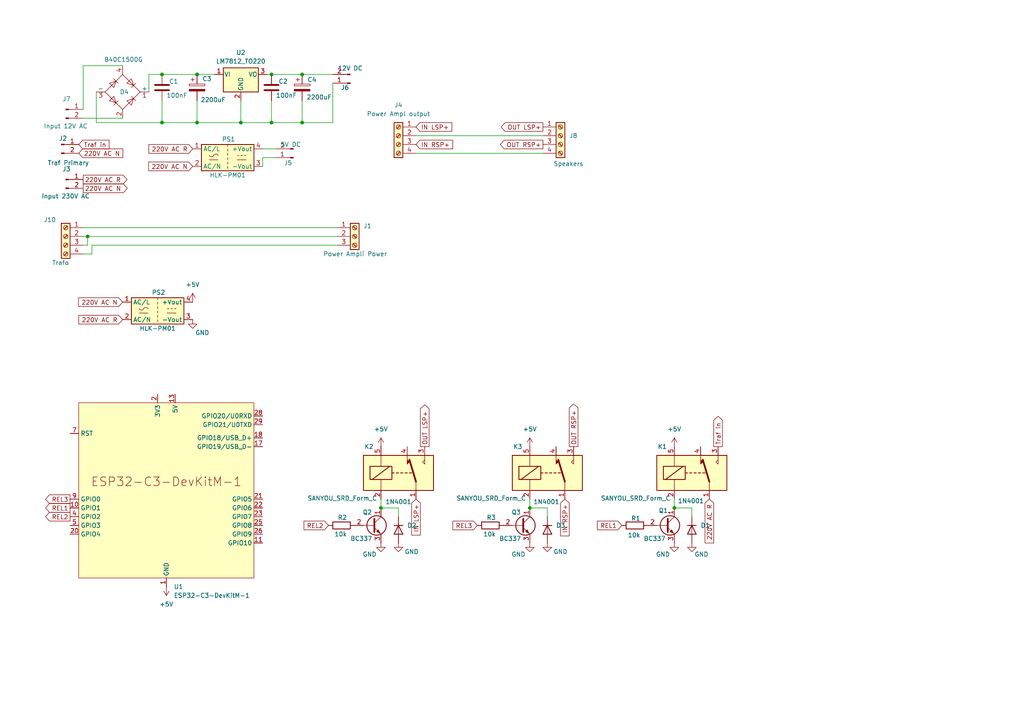
<source format=kicad_sch>
(kicad_sch (version 20250114) (generator "eeschema") (generator_version "9.0")
  (paper "A4")
  (lib_symbols
    (symbol "Connector:Conn_01x02_Pin" (pin_names (offset 1.016) (hide yes))
      (property "Reference" "J" (at 0 2.54 0))
      (property "Value" "Conn_01x02_Pin" (at 0 -5.08 0))
      (symbol "Conn_01x02_Pin_1_1"
        (rectangle (start 0.8636 0.127) (end 0 -0.127) (stroke (width 0.1524)) (fill (type outline)))
        (rectangle (start 0.8636 -2.413) (end 0 -2.667) (stroke (width 0.1524)) (fill (type outline)))
        (polyline (pts (xy 1.27 0) (xy 0.8636 0)) (stroke (width 0.1524)))
        (polyline (pts (xy 1.27 -2.54) (xy 0.8636 -2.54)) (stroke (width 0.1524)))
        (pin passive line (at 5.08 0 180) (length 3.81) (name "Pin_1") (number "1"))
        (pin passive line (at 5.08 -2.54 180) (length 3.81) (name "Pin_2") (number "2"))
      )
    )
    (symbol "Connector:Screw_Terminal_01x03" (pin_names (offset 1.016) (hide yes))
      (property "Reference" "J" (at 0 5.08 0))
      (property "Value" "Screw_Terminal_01x03" (at 0 -5.08 0))
      (symbol "Screw_Terminal_01x03_1_1"
        (rectangle (start -1.27 3.81) (end 1.27 -3.81) (stroke (width 0.254)) (fill (type background)))
        (polyline (pts (xy -0.5334 2.8702) (xy 0.3302 2.032)) (stroke (width 0.1524)))
        (polyline (pts (xy -0.5334 0.3302) (xy 0.3302 -0.508)) (stroke (width 0.1524)))
        (polyline (pts (xy -0.5334 -2.2098) (xy 0.3302 -3.048)) (stroke (width 0.1524)))
        (polyline (pts (xy -0.3556 3.048) (xy 0.508 2.2098)) (stroke (width 0.1524)))
        (polyline (pts (xy -0.3556 0.508) (xy 0.508 -0.3302)) (stroke (width 0.1524)))
        (polyline (pts (xy -0.3556 -2.032) (xy 0.508 -2.8702)) (stroke (width 0.1524)))
        (circle (center 0 2.54) (radius 0.635) (stroke (width 0.1524)))
        (circle (center 0 0) (radius 0.635) (stroke (width 0.1524)))
        (circle (center 0 -2.54) (radius 0.635) (stroke (width 0.1524)))
        (pin passive line (at -5.08 2.54 0) (length 3.81) (name "Pin_1") (number "1"))
        (pin passive line (at -5.08 0 0) (length 3.81) (name "Pin_2") (number "2"))
        (pin passive line (at -5.08 -2.54 0) (length 3.81) (name "Pin_3") (number "3"))
      )
    )
    (symbol "Connector:Screw_Terminal_01x04" (pin_names (offset 1.016) (hide yes))
      (property "Reference" "J" (at 0 5.08 0))
      (property "Value" "Screw_Terminal_01x04" (at 0 -7.62 0))
      (symbol "Screw_Terminal_01x04_1_1"
        (rectangle (start -1.27 3.81) (end 1.27 -6.35) (stroke (width 0.254)) (fill (type background)))
        (polyline (pts (xy -0.5334 2.8702) (xy 0.3302 2.032)) (stroke (width 0.1524)))
        (polyline (pts (xy -0.5334 0.3302) (xy 0.3302 -0.508)) (stroke (width 0.1524)))
        (polyline (pts (xy -0.5334 -2.2098) (xy 0.3302 -3.048)) (stroke (width 0.1524)))
        (polyline (pts (xy -0.5334 -4.7498) (xy 0.3302 -5.588)) (stroke (width 0.1524)))
        (polyline (pts (xy -0.3556 3.048) (xy 0.508 2.2098)) (stroke (width 0.1524)))
        (polyline (pts (xy -0.3556 0.508) (xy 0.508 -0.3302)) (stroke (width 0.1524)))
        (polyline (pts (xy -0.3556 -2.032) (xy 0.508 -2.8702)) (stroke (width 0.1524)))
        (polyline (pts (xy -0.3556 -4.572) (xy 0.508 -5.4102)) (stroke (width 0.1524)))
        (circle (center 0 2.54) (radius 0.635) (stroke (width 0.1524)))
        (circle (center 0 0) (radius 0.635) (stroke (width 0.1524)))
        (circle (center 0 -2.54) (radius 0.635) (stroke (width 0.1524)))
        (circle (center 0 -5.08) (radius 0.635) (stroke (width 0.1524)))
        (pin passive line (at -5.08 2.54 0) (length 3.81) (name "Pin_1") (number "1"))
        (pin passive line (at -5.08 0 0) (length 3.81) (name "Pin_2") (number "2"))
        (pin passive line (at -5.08 -2.54 0) (length 3.81) (name "Pin_3") (number "3"))
        (pin passive line (at -5.08 -5.08 0) (length 3.81) (name "Pin_4") (number "4"))
      )
    )
    (symbol "Converter_ACDC:HLK-PM01"
      (property "Reference" "PS" (at 0 5.08 0))
      (property "Value" "HLK-PM01" (at 0 -5.08 0))
      (symbol "HLK-PM01_0_1"
        (rectangle (start -7.62 3.81) (end 7.62 -3.81) (stroke (width 0.254)) (fill (type background)))
        (polyline (pts (xy -5.334 -0.635) (xy -2.794 -0.635)))
        (arc (start -4.064 0.635) (mid -4.699 0.2495) (end -5.334 0.635))
        (arc (start -4.064 0.635) (mid -3.429 1.0072) (end -2.794 0.635))
        (polyline (pts (xy 0 3.81) (xy 0 3.175)))
        (polyline (pts (xy 0 2.54) (xy 0 1.905)))
        (polyline (pts (xy 0 1.27) (xy 0 0.635)))
        (polyline (pts (xy 0 0) (xy 0 -0.635)))
        (polyline (pts (xy 0 -1.27) (xy 0 -1.905)))
        (polyline (pts (xy 0 -2.54) (xy 0 -3.175)))
        (polyline (pts (xy 2.794 0.635) (xy 3.302 0.635)))
        (polyline (pts (xy 2.794 -0.635) (xy 5.334 -0.635)))
        (polyline (pts (xy 3.81 0.635) (xy 4.318 0.635)))
        (polyline (pts (xy 4.826 0.635) (xy 5.334 0.635)))
      )
      (symbol "HLK-PM01_1_1"
        (pin power_in line (at -10.16 2.54 0) (length 2.54) (name "AC/L") (number "1"))
        (pin power_in line (at -10.16 -2.54 0) (length 2.54) (name "AC/N") (number "2"))
        (pin power_out line (at 10.16 2.54 180) (length 2.54) (name "+Vout") (number "4"))
        (pin power_out line (at 10.16 -2.54 180) (length 2.54) (name "-Vout") (number "3"))
      )
    )
    (symbol "Device:C" (pin_numbers (hide yes)) (pin_names (offset 0.254))
      (property "Reference" "C" (at 0.635 2.54 0))
      (property "Value" "C" (at 0.635 -2.54 0))
      (symbol "C_0_1"
        (polyline (pts (xy -2.032 0.762) (xy 2.032 0.762)) (stroke (width 0.508)))
        (polyline (pts (xy -2.032 -0.762) (xy 2.032 -0.762)) (stroke (width 0.508)))
      )
      (symbol "C_1_1"
        (pin passive line (at 0 3.81 270) (length 2.794) (name "~") (number "1"))
        (pin passive line (at 0 -3.81 90) (length 2.794) (name "~") (number "2"))
      )
    )
    (symbol "Device:C_Polarized" (pin_numbers (hide yes)) (pin_names (offset 0.254))
      (property "Reference" "C" (at 0.635 2.54 0))
      (property "Value" "C_Polarized" (at 0.635 -2.54 0))
      (symbol "C_Polarized_0_1"
        (rectangle (start -2.286 0.508) (end 2.286 1.016))
        (polyline (pts (xy -1.778 2.286) (xy -0.762 2.286)))
        (polyline (pts (xy -1.27 2.794) (xy -1.27 1.778)))
        (rectangle (start 2.286 -0.508) (end -2.286 -1.016) (fill (type outline)))
      )
      (symbol "C_Polarized_1_1"
        (pin passive line (at 0 3.81 270) (length 2.794) (name "~") (number "1"))
        (pin passive line (at 0 -3.81 90) (length 2.794) (name "~") (number "2"))
      )
    )
    (symbol "Device:R" (pin_numbers (hide yes)) (pin_names (offset 0))
      (property "Reference" "R" (at 2.032 0 90))
      (property "Value" "R" (at 0 0 90))
      (symbol "R_0_1"
        (rectangle (start -1.016 -2.54) (end 1.016 2.54) (stroke (width 0.254)))
      )
      (symbol "R_1_1"
        (pin passive line (at 0 3.81 270) (length 1.27) (name "~") (number "1"))
        (pin passive line (at 0 -3.81 90) (length 1.27) (name "~") (number "2"))
      )
    )
    (symbol "Diode:1N4001" (pin_numbers (hide yes)) (pin_names (hide yes))
      (property "Reference" "D" (at 0 2.54 0))
      (property "Value" "1N4001" (at 0 -2.54 0))
      (symbol "1N4001_0_1"
        (polyline (pts (xy -1.27 1.27) (xy -1.27 -1.27)) (stroke (width 0.254)))
        (polyline (pts (xy 1.27 1.27) (xy 1.27 -1.27) (xy -1.27 0) (xy 1.27 1.27)) (stroke (width 0.254)))
        (polyline (pts (xy 1.27 0) (xy -1.27 0)))
      )
      (symbol "1N4001_1_1"
        (pin passive line (at -3.81 0 0) (length 2.54) (name "K") (number "1"))
        (pin passive line (at 3.81 0 180) (length 2.54) (name "A") (number "2"))
      )
    )
    (symbol "Diode_Bridge:B40C1500G" (pin_names (offset 0))
      (property "Reference" "D" (at 2.54 6.985 0))
      (property "Value" "B40C1500G" (at 2.54 5.08 0))
      (symbol "B40C1500G_0_1"
        (polyline (pts (xy -5.08 0) (xy 0 -5.08) (xy 5.08 0) (xy 0 5.08) (xy -5.08 0)))
        (polyline (pts (xy -3.81 2.54) (xy -2.54 1.27) (xy -1.905 3.175) (xy -3.81 2.54)))
        (polyline (pts (xy -2.54 3.81) (xy -1.27 2.54)))
        (polyline (pts (xy -2.54 -1.27) (xy -3.81 -2.54) (xy -1.905 -3.175) (xy -2.54 -1.27)))
        (polyline (pts (xy -1.27 -2.54) (xy -2.54 -3.81)))
        (polyline (pts (xy 1.27 2.54) (xy 2.54 3.81) (xy 3.175 1.905) (xy 1.27 2.54)))
        (polyline (pts (xy 2.54 1.27) (xy 3.81 2.54)))
        (polyline (pts (xy 2.54 -1.27) (xy 3.81 -2.54)))
        (polyline (pts (xy 3.175 -1.905) (xy 1.27 -2.54) (xy 2.54 -3.81) (xy 3.175 -1.905)))
      )
      (symbol "B40C1500G_1_1"
        (pin passive line (at -7.62 0 0) (length 2.54) (name "-") (number "3"))
        (pin passive line (at 0 7.62 270) (length 2.54) (name "~") (number "4"))
        (pin passive line (at 0 -7.62 90) (length 2.54) (name "~") (number "2"))
        (pin passive line (at 7.62 0 180) (length 2.54) (name "+") (number "1"))
      )
    )
    (symbol "PCM_Espressif:ESP32-C3-DevKitM-1"
      (property "Reference" "U" (at -25.4 30.48 0))
      (property "Value" "ESP32-C3-DevKitM-1" (at -25.4 27.94 0))
      (symbol "ESP32-C3-DevKitM-1_0_1"
        (rectangle (start -25.4 25.4) (end 25.4 -25.4) (fill (type background)))
      )
      (symbol "ESP32-C3-DevKitM-1_1_0"
        (text "ESP32-C3-DevKitM-1" (at 0 2.54 0) (effects (font (size 2.54 2.54))))
      )
      (symbol "ESP32-C3-DevKitM-1_1_1"
        (pin output line (at -27.94 16.51 0) (length 2.54) (name "RST") (number "7"))
        (pin bidirectional line (at -27.94 -2.54 0) (length 2.54) (name "GPIO0") (number "9"))
        (pin bidirectional line (at -27.94 -5.08 0) (length 2.54) (name "GPIO1") (number "10"))
        (pin bidirectional line (at -27.94 -7.62 0) (length 2.54) (name "GPIO2") (number "4"))
        (pin bidirectional line (at -27.94 -10.16 0) (length 2.54) (name "GPIO3") (number "5"))
        (pin bidirectional line (at -27.94 -12.7 0) (length 2.54) (name "GPIO4") (number "20"))
        (pin power_in line (at -2.54 27.94 270) (length 2.54) (name "3V3") (number "2"))
        (pin power_in line (at -2.54 27.94 270) (length 2.54) (hide yes) (name "3V3") (number "3"))
        (pin passive line (at 0 -27.94 90) (length 2.54) (name "GND") (number "1"))
        (pin passive line (at 0 -27.94 90) (length 2.54) (hide yes) (name "GND") (number "12"))
        (pin passive line (at 0 -27.94 90) (length 2.54) (hide yes) (name "GND") (number "15"))
        (pin passive line (at 0 -27.94 90) (length 2.54) (hide yes) (name "GND") (number "16"))
        (pin passive line (at 0 -27.94 90) (length 2.54) (hide yes) (name "GND") (number "19"))
        (pin passive line (at 0 -27.94 90) (length 2.54) (hide yes) (name "GND") (number "24"))
        (pin passive line (at 0 -27.94 90) (length 2.54) (hide yes) (name "GND") (number "27"))
        (pin passive line (at 0 -27.94 90) (length 2.54) (hide yes) (name "GND") (number "30"))
        (pin passive line (at 0 -27.94 90) (length 2.54) (hide yes) (name "GND") (number "6"))
        (pin passive line (at 0 -27.94 90) (length 2.54) (hide yes) (name "GND") (number "8"))
        (pin power_in line (at 2.54 27.94 270) (length 2.54) (name "5V") (number "13"))
        (pin power_in line (at 2.54 27.94 270) (length 2.54) (hide yes) (name "5V") (number "14"))
        (pin bidirectional line (at 27.94 21.59 180) (length 2.54) (name "GPIO20/U0RXD") (number "28"))
        (pin bidirectional line (at 27.94 19.05 180) (length 2.54) (name "GPIO21/U0TXD") (number "29"))
        (pin bidirectional line (at 27.94 15.24 180) (length 2.54) (name "GPIO18/USB_D+") (number "18"))
        (pin bidirectional line (at 27.94 12.7 180) (length 2.54) (name "GPIO19/USB_D-") (number "17"))
        (pin bidirectional line (at 27.94 -2.54 180) (length 2.54) (name "GPIO5") (number "21"))
        (pin bidirectional line (at 27.94 -5.08 180) (length 2.54) (name "GPIO6") (number "22"))
        (pin bidirectional line (at 27.94 -7.62 180) (length 2.54) (name "GPIO7") (number "23"))
        (pin bidirectional line (at 27.94 -10.16 180) (length 2.54) (name "GPIO8") (number "25"))
        (pin bidirectional line (at 27.94 -12.7 180) (length 2.54) (name "GPIO9") (number "26"))
        (pin bidirectional line (at 27.94 -15.24 180) (length 2.54) (name "GPIO10") (number "11"))
      )
    )
    (symbol "Regulator_Linear:LM7812_TO220" (pin_names (offset 0.254))
      (property "Reference" "U" (at -3.81 3.175 0))
      (property "Value" "LM7812_TO220" (at 0 3.175 0))
      (symbol "LM7812_TO220_0_1"
        (rectangle (start -5.08 1.905) (end 5.08 -5.08) (stroke (width 0.254)) (fill (type background)))
      )
      (symbol "LM7812_TO220_1_1"
        (pin power_in line (at -7.62 0 0) (length 2.54) (name "VI") (number "1"))
        (pin power_in line (at 0 -7.62 90) (length 2.54) (name "GND") (number "2"))
        (pin power_out line (at 7.62 0 180) (length 2.54) (name "VO") (number "3"))
      )
    )
    (symbol "Relay:SANYOU_SRD_Form_C"
      (property "Reference" "K" (at 11.43 3.81 0))
      (property "Value" "SANYOU_SRD_Form_C" (at 11.43 1.27 0))
      (symbol "SANYOU_SRD_Form_C_0_0"
        (polyline (pts (xy 7.62 5.08) (xy 7.62 2.54) (xy 6.985 3.175) (xy 7.62 3.81)))
      )
      (symbol "SANYOU_SRD_Form_C_0_1"
        (rectangle (start -10.16 5.08) (end 10.16 -5.08) (stroke (width 0.254)) (fill (type background)))
        (rectangle (start -8.255 1.905) (end -1.905 -1.905) (stroke (width 0.254)))
        (polyline (pts (xy -7.62 -1.905) (xy -2.54 1.905)) (stroke (width 0.254)))
        (polyline (pts (xy -5.08 5.08) (xy -5.08 1.905)))
        (polyline (pts (xy -5.08 -5.08) (xy -5.08 -1.905)))
        (polyline (pts (xy -1.905 0) (xy -1.27 0)) (stroke (width 0.254)))
        (polyline (pts (xy -0.635 0) (xy 0 0)) (stroke (width 0.254)))
        (polyline (pts (xy 0.635 0) (xy 1.27 0)) (stroke (width 0.254)))
        (polyline (pts (xy 1.905 0) (xy 2.54 0)) (stroke (width 0.254)))
        (polyline (pts (xy 3.175 0) (xy 3.81 0)) (stroke (width 0.254)))
        (polyline (pts (xy 5.08 -2.54) (xy 3.175 3.81)) (stroke (width 0.508)))
        (polyline (pts (xy 5.08 -2.54) (xy 5.08 -5.08)))
      )
      (symbol "SANYOU_SRD_Form_C_1_1"
        (polyline (pts (xy 2.54 3.81) (xy 3.175 3.175) (xy 2.54 2.54) (xy 2.54 5.08)) (fill (type outline)))
        (pin passive line (at -5.08 7.62 270) (length 2.54) (name "~") (number "5"))
        (pin passive line (at -5.08 -7.62 90) (length 2.54) (name "~") (number "2"))
        (pin passive line (at 2.54 7.62 270) (length 2.54) (name "~") (number "4"))
        (pin passive line (at 5.08 -7.62 90) (length 2.54) (name "~") (number "1"))
        (pin passive line (at 7.62 7.62 270) (length 2.54) (name "~") (number "3"))
      )
    )
    (symbol "Transistor_BJT:BC337" (pin_names (offset 0) (hide yes))
      (property "Reference" "Q" (at 5.08 1.905 0))
      (property "Value" "BC337" (at 5.08 0 0))
      (symbol "BC337_0_1"
        (polyline (pts (xy -2.54 0) (xy 0.635 0)))
        (polyline (pts (xy 0.635 1.905) (xy 0.635 -1.905)) (stroke (width 0.508)))
        (circle (center 1.27 0) (radius 2.8194) (stroke (width 0.254)))
      )
      (symbol "BC337_1_1"
        (polyline (pts (xy 0.635 0.635) (xy 2.54 2.54)))
        (polyline (pts (xy 0.635 -0.635) (xy 2.54 -2.54)))
        (polyline (pts (xy 1.27 -1.778) (xy 1.778 -1.27) (xy 2.286 -2.286) (xy 1.27 -1.778)) (fill (type outline)))
        (pin input line (at -5.08 0 0) (length 2.54) (name "B") (number "2"))
        (pin passive line (at 2.54 5.08 270) (length 2.54) (name "C") (number "1"))
        (pin passive line (at 2.54 -5.08 90) (length 2.54) (name "E") (number "3"))
      )
    )
    (symbol "power:+5V" (power) (pin_numbers (hide yes)) (pin_names (offset 0) (hide yes))
      (property "Value" "+5V" (at 0 3.556 0))
      (symbol "+5V_0_1"
        (polyline (pts (xy -0.762 1.27) (xy 0 2.54)))
        (polyline (pts (xy 0 2.54) (xy 0.762 1.27)))
        (polyline (pts (xy 0 0) (xy 0 2.54)))
      )
      (symbol "+5V_1_1"
        (pin power_in line (at 0 0 90) (length 0) (name "~") (number "1"))
      )
    )
    (symbol "power:GND" (power) (pin_numbers (hide yes)) (pin_names (offset 0) (hide yes))
      (property "Value" "GND" (at 0 -3.81 0))
      (symbol "GND_0_1"
        (polyline (pts (xy 0 0) (xy 0 -1.27) (xy 1.27 -1.27) (xy 0 -2.54) (xy -1.27 -1.27) (xy 0 -1.27)))
      )
      (symbol "GND_1_1"
        (pin power_in line (at 0 0 270) (length 0) (name "~") (number "1"))
      )
    )
  )
  (junction (at 69.85 35.56))
  (junction (at 153.67 147.32))
  (junction (at 87.63 21.59))
  (junction (at 46.99 21.59))
  (junction (at 110.49 147.32))
  (junction (at 78.74 21.59))
  (junction (at 57.15 21.59))
  (junction (at 46.99 35.56))
  (junction (at 87.63 35.56))
  (junction (at 195.58 147.32))
  (junction (at 78.74 35.56))
  (junction (at 57.15 35.56))
  (junction (at 25.4 68.58))
  (wire (pts (xy 57.15 21.59) (xy 62.23 21.59)))
  (wire (pts (xy 69.85 35.56) (xy 78.74 35.56)))
  (wire (pts (xy 43.18 26.67) (xy 43.18 21.59)))
  (wire (pts (xy 87.63 29.21) (xy 87.63 35.56)))
  (wire (pts (xy 69.85 35.56) (xy 69.85 29.21)))
  (wire (pts (xy 27.94 26.67) (xy 27.94 35.56)))
  (wire (pts (xy 195.58 144.78) (xy 195.58 147.32)))
  (wire (pts (xy 24.13 71.12) (xy 25.4 71.12)))
  (wire (pts (xy 76.2 43.18) (xy 80.01 43.18)))
  (wire (pts (xy 120.65 39.37) (xy 157.48 39.37)))
  (wire (pts (xy 87.63 21.59) (xy 96.52 21.59)))
  (wire (pts (xy 76.2 45.72) (xy 80.01 45.72)))
  (wire (pts (xy 158.75 149.86) (xy 158.75 147.32)))
  (wire (pts (xy 24.13 73.66) (xy 26.67 73.66)))
  (wire (pts (xy 46.99 29.21) (xy 46.99 35.56)))
  (wire (pts (xy 115.57 149.86) (xy 115.57 147.32)))
  (wire (pts (xy 26.67 73.66) (xy 26.67 71.12)))
  (wire (pts (xy 76.2 48.26) (xy 76.2 45.72)))
  (wire (pts (xy 120.65 44.45) (xy 157.48 44.45)))
  (wire (pts (xy 77.47 21.59) (xy 78.74 21.59)))
  (wire (pts (xy 27.94 35.56) (xy 46.99 35.56)))
  (wire (pts (xy 96.52 24.13) (xy 96.52 35.56)))
  (wire (pts (xy 78.74 21.59) (xy 87.63 21.59)))
  (wire (pts (xy 158.75 147.32) (xy 153.67 147.32)))
  (wire (pts (xy 46.99 35.56) (xy 57.15 35.56)))
  (wire (pts (xy 78.74 35.56) (xy 87.63 35.56)))
  (wire (pts (xy 24.13 66.04) (xy 97.79 66.04)))
  (wire (pts (xy 46.99 21.59) (xy 57.15 21.59)))
  (wire (pts (xy 87.63 35.56) (xy 96.52 35.56)))
  (wire (pts (xy 24.13 68.58) (xy 25.4 68.58)))
  (wire (pts (xy 57.15 29.21) (xy 57.15 35.56)))
  (wire (pts (xy 25.4 71.12) (xy 25.4 68.58)))
  (wire (pts (xy 153.67 147.32) (xy 153.67 144.78)))
  (wire (pts (xy 78.74 29.21) (xy 78.74 35.56)))
  (wire (pts (xy 200.66 149.86) (xy 200.66 147.32)))
  (wire (pts (xy 200.66 147.32) (xy 195.58 147.32)))
  (wire (pts (xy 24.13 34.29) (xy 35.56 34.29)))
  (wire (pts (xy 25.4 68.58) (xy 97.79 68.58)))
  (wire (pts (xy 115.57 147.32) (xy 110.49 147.32)))
  (wire (pts (xy 43.18 21.59) (xy 46.99 21.59)))
  (wire (pts (xy 35.56 19.05) (xy 24.13 19.05)))
  (wire (pts (xy 26.67 71.12) (xy 97.79 71.12)))
  (wire (pts (xy 24.13 19.05) (xy 24.13 31.75)))
  (wire (pts (xy 57.15 35.56) (xy 69.85 35.56)))
  (wire (pts (xy 110.49 147.32) (xy 110.49 144.78)))
  (global_label "REL3" (shape input) (at 138.43 152.4 180) (property "Intersheetrefs" "${INTERSHEET_REFS}" (effects (hide yes))))
  (global_label "220V AC R" (shape input) (at 35.56 92.71 180) (property "Intersheetrefs" "${INTERSHEET_REFS}" (effects (hide yes))))
  (global_label "220V AC N" (shape output) (at 24.13 54.61 0) (property "Intersheetrefs" "${INTERSHEET_REFS}" (effects (hide yes))))
  (global_label "OUT RSP+" (shape output) (at 166.37 129.54 90) (property "Intersheetrefs" "${INTERSHEET_REFS}" (effects (hide yes))))
  (global_label "REL2" (shape output) (at 20.32 149.86 180) (property "Intersheetrefs" "${INTERSHEET_REFS}" (effects (hide yes))))
  (global_label "220V AC N" (shape input) (at 22.86 44.45 0) (property "Intersheetrefs" "${INTERSHEET_REFS}" (effects (hide yes))))
  (global_label "IN LSP+" (shape input) (at 120.65 144.78 270) (property "Intersheetrefs" "${INTERSHEET_REFS}" (effects (hide yes))))
  (global_label "REL2" (shape input) (at 95.25 152.4 180) (property "Intersheetrefs" "${INTERSHEET_REFS}" (effects (hide yes))))
  (global_label "220V AC R" (shape input) (at 205.74 144.78 270) (property "Intersheetrefs" "${INTERSHEET_REFS}" (effects (hide yes))))
  (global_label "IN RSP+" (shape input) (at 163.83 144.78 270) (property "Intersheetrefs" "${INTERSHEET_REFS}" (effects (hide yes))))
  (global_label "OUT LSP+" (shape output) (at 157.48 36.83 180) (property "Intersheetrefs" "${INTERSHEET_REFS}" (effects (hide yes))))
  (global_label "Traf in" (shape output) (at 208.28 129.54 90) (property "Intersheetrefs" "${INTERSHEET_REFS}" (effects (hide yes))))
  (global_label "OUT LSP+" (shape output) (at 123.19 129.54 90) (property "Intersheetrefs" "${INTERSHEET_REFS}" (effects (hide yes))))
  (global_label "IN LSP+" (shape input) (at 120.65 36.83 0) (property "Intersheetrefs" "${INTERSHEET_REFS}" (effects (hide yes))))
  (global_label "REL1" (shape output) (at 20.32 147.32 180) (property "Intersheetrefs" "${INTERSHEET_REFS}" (effects (hide yes))))
  (global_label "REL1" (shape input) (at 180.34 152.4 180) (property "Intersheetrefs" "${INTERSHEET_REFS}" (effects (hide yes))))
  (global_label "220V AC N" (shape input) (at 55.88 48.26 180) (property "Intersheetrefs" "${INTERSHEET_REFS}" (effects (hide yes))))
  (global_label "Traf in" (shape input) (at 22.86 41.91 0) (property "Intersheetrefs" "${INTERSHEET_REFS}" (effects (hide yes))))
  (global_label "220V AC N" (shape input) (at 35.56 87.63 180) (property "Intersheetrefs" "${INTERSHEET_REFS}" (effects (hide yes))))
  (global_label "REL3" (shape output) (at 20.32 144.78 180) (property "Intersheetrefs" "${INTERSHEET_REFS}" (effects (hide yes))))
  (global_label "OUT RSP+" (shape output) (at 157.48 41.91 180) (property "Intersheetrefs" "${INTERSHEET_REFS}" (effects (hide yes))))
  (global_label "220V AC R" (shape output) (at 24.13 52.07 0) (property "Intersheetrefs" "${INTERSHEET_REFS}" (effects (hide yes))))
  (global_label "IN RSP+" (shape input) (at 120.65 41.91 0) (property "Intersheetrefs" "${INTERSHEET_REFS}" (effects (hide yes))))
  (global_label "220V AC R" (shape input) (at 55.88 43.18 180) (property "Intersheetrefs" "${INTERSHEET_REFS}" (effects (hide yes))))
  (symbol (lib_id "Connector:Conn_01x02_Pin") (at 101.6 24.13 180) (unit 1)
    (property "Reference" "J6" (at 100.076 25.4 0))
    (property "Value" "12V DC" (at 101.6 19.812 0))
    (property "Footprint" "Connector_JST:JST_XH_B2B-XH-A_1x02_P2.50mm_Vertical" (effects (hide yes)))
    (property "Description" "Generic connector, single row, 01x02, script generated" (effects (hide yes)))
  )
  (symbol (lib_id "power:GND") (at 55.88 92.71 0) (unit 1)
    (property "Reference" "#PWR06" (effects (hide yes)))
    (property "Value" "GND" (at 58.674 96.52 0))
    (property "Description" "Power symbol creates a global label with name \"GND\" , ground" (effects (hide yes)))
  )
  (symbol (lib_id "Connector:Screw_Terminal_01x04") (at 115.57 39.37 0) (mirror y) (unit 1)
    (property "Reference" "J4" (at 115.57 30.48 0))
    (property "Value" "Power Ampl output" (at 115.57 33.02 0))
    (property "Footprint" "TerminalBlock:TerminalBlock_Altech_AK300-4_P5.00mm" (effects (hide yes)))
    (property "Description" "Generic screw terminal, single row, 01x04, script generated (kicad-library-utils/schlib/autogen/connector/)" (effects (hide yes)))
  )
  (symbol (lib_id "Regulator_Linear:LM7812_TO220") (at 69.85 21.59 0) (unit 1)
    (property "Reference" "U2" (at 69.85 15.24 0))
    (property "Value" "LM7812_TO220" (at 69.85 17.78 0))
    (property "Footprint" "Package_TO_SOT_THT:TO-220-3_Vertical" (effects (hide yes)))
    (property "Datasheet" "https://www.onsemi.cn/PowerSolutions/document/MC7800-D.PDF" (effects (hide yes)))
    (property "Description" "Positive 1A 35V Linear Regulator, Fixed Output 12V, TO-220" (effects (hide yes)))
  )
  (symbol (lib_id "Device:C_Polarized") (at 57.15 25.4 0) (unit 1)
    (property "Reference" "C3" (at 58.674 22.86 0) (effects (justify left)))
    (property "Value" "2200uF" (at 58.166 28.956 0) (effects (justify left)))
    (property "Footprint" "Capacitor_THT:CP_Radial_D18.0mm_P7.50mm" (effects (hide yes)))
    (property "Description" "Polarized capacitor" (effects (hide yes)))
  )
  (symbol (lib_id "Relay:SANYOU_SRD_Form_C") (at 200.66 137.16 0) (unit 1)
    (property "Reference" "K1" (at 190.754 129.54 0) (effects (justify left)))
    (property "Value" "SANYOU_SRD_Form_C" (at 174.244 144.526 0) (effects (justify left)))
    (property "Footprint" "Relay_THT:Relay_SPDT_SANYOU_SRD_Series_Form_C" (effects (hide yes)))
    (property "Datasheet" "http://www.sanyourelay.ca/public/products/pdf/SRD.pdf" (effects (hide yes)))
    (property "Description" "Sanyo SRD relay, Single Pole Miniature Power Relay," (effects (hide yes)))
  )
  (symbol (lib_id "Transistor_BJT:BC337") (at 193.04 152.4 0) (unit 1)
    (property "Reference" "Q1" (at 191.008 148.082 0) (effects (justify left)))
    (property "Value" "BC337" (at 186.69 156.21 0) (effects (justify left)))
    (property "Footprint" "Package_TO_SOT_THT:TO-92_Inline" (effects (hide yes)))
    (property "Datasheet" "https://diotec.com/tl_files/diotec/files/pdf/datasheets/bc337.pdf" (effects (hide yes)))
    (property "Description" "0.8A Ic, 45V Vce, NPN Transistor, TO-92" (effects (hide yes)))
  )
  (symbol (lib_id "power:GND") (at 158.75 157.48 0) (unit 1)
    (property "Reference" "#PWR017" (effects (hide yes)))
    (property "Value" "GND" (at 162.56 160.02 0))
    (property "Description" "Power symbol creates a global label with name \"GND\" , ground" (effects (hide yes)))
  )
  (symbol (lib_id "Device:R") (at 142.24 152.4 90) (unit 1)
    (property "Reference" "R3" (at 142.494 150.114 90))
    (property "Value" "10k" (at 141.986 154.94 90))
    (property "Footprint" "Resistor_THT:R_Axial_DIN0207_L6.3mm_D2.5mm_P10.16mm_Horizontal" (effects (hide yes)))
    (property "Description" "Resistor" (effects (hide yes)))
  )
  (symbol (lib_id "Device:C") (at 46.99 25.4 0) (unit 1)
    (property "Reference" "C1" (at 49.022 23.622 0) (effects (justify left)))
    (property "Value" "100nF" (at 48.26 27.686 0) (effects (justify left)))
    (property "Footprint" "Capacitor_THT:C_Disc_D10.0mm_W2.5mm_P5.00mm" (effects (hide yes)))
    (property "Description" "Unpolarized capacitor" (effects (hide yes)))
  )
  (symbol (lib_id "Connector:Conn_01x02_Pin") (at 17.78 41.91 0) (unit 1)
    (property "Reference" "J2" (at 18.288 40.132 0))
    (property "Value" "Traf Primary" (at 19.812 47.244 0))
    (property "Footprint" "Connector_Wire:SolderWire-0.75sqmm_1x02_P4.8mm_D1.25mm_OD2.3mm" (effects (hide yes)))
    (property "Description" "Generic connector, single row, 01x02, script generated" (effects (hide yes)))
  )
  (symbol (lib_id "Connector:Screw_Terminal_01x04") (at 19.05 68.58 0) (mirror y) (unit 1)
    (property "Reference" "J10" (at 16.256 63.754 0) (effects (justify left)))
    (property "Value" "Trafo" (at 20.066 76.2 0) (effects (justify left)))
    (property "Footprint" "TerminalBlock:TerminalBlock_Altech_AK300-4_P5.00mm" (effects (hide yes)))
    (property "Description" "Generic screw terminal, single row, 01x04, script generated (kicad-library-utils/schlib/autogen/connector/)" (effects (hide yes)))
  )
  (symbol (lib_id "Connector:Conn_01x02_Pin") (at 85.09 45.72 180) (unit 1)
    (property "Reference" "J5" (at 83.566 47.244 0))
    (property "Value" "5V DC" (at 84.328 41.91 0))
    (property "Footprint" "Connector_JST:JST_XH_B2B-XH-A_1x02_P2.50mm_Vertical" (effects (hide yes)))
    (property "Description" "Generic connector, single row, 01x02, script generated" (effects (hide yes)))
  )
  (symbol (lib_id "power:GND") (at 115.57 157.48 0) (unit 1)
    (property "Reference" "#PWR016" (effects (hide yes)))
    (property "Value" "GND" (at 119.38 160.02 0))
    (property "Description" "Power symbol creates a global label with name \"GND\" , ground" (effects (hide yes)))
  )
  (symbol (lib_id "Diode:1N4001") (at 158.75 153.67 270) (unit 1)
    (property "Reference" "D3" (at 161.29 152.3999 90) (effects (justify left)))
    (property "Value" "1N4001" (at 154.686 145.542 90) (effects (justify left)))
    (property "Footprint" "Diode_THT:D_DO-41_SOD81_P10.16mm_Horizontal" (effects (hide yes)))
    (property "Datasheet" "http://www.vishay.com/docs/88503/1n4001.pdf" (effects (hide yes)))
    (property "Description" "50V 1A General Purpose Rectifier Diode, DO-41" (effects (hide yes)))
    (property "Sim.Device" "D" (effects (hide yes)))
    (property "Sim.Pins" "1=K 2=A" (effects (hide yes)))
  )
  (symbol (lib_id "power:GND") (at 110.49 157.48 0) (unit 1)
    (property "Reference" "#PWR013" (effects (hide yes)))
    (property "Value" "GND" (at 107.188 160.782 0))
    (property "Description" "Power symbol creates a global label with name \"GND\" , ground" (effects (hide yes)))
  )
  (symbol (lib_id "power:GND") (at 153.67 157.48 0) (unit 1)
    (property "Reference" "#PWR015" (effects (hide yes)))
    (property "Value" "GND" (at 150.368 160.782 0))
    (property "Description" "Power symbol creates a global label with name \"GND\" , ground" (effects (hide yes)))
  )
  (symbol (lib_id "Device:R") (at 99.06 152.4 90) (unit 1)
    (property "Reference" "R2" (at 99.314 150.114 90))
    (property "Value" "10k" (at 98.806 154.94 90))
    (property "Footprint" "Resistor_THT:R_Axial_DIN0207_L6.3mm_D2.5mm_P10.16mm_Horizontal" (effects (hide yes)))
    (property "Description" "Resistor" (effects (hide yes)))
  )
  (symbol (lib_id "power:+5V") (at 153.67 129.54 0) (unit 1)
    (property "Reference" "#PWR014" (effects (hide yes)))
    (property "Value" "+5V" (at 153.67 124.46 0))
    (property "Description" "Power symbol creates a global label with name \"+5V\"" (effects (hide yes)))
  )
  (symbol (lib_id "Device:R") (at 184.15 152.4 90) (unit 1)
    (property "Reference" "R1" (at 184.404 150.368 90))
    (property "Value" "10k" (at 183.896 155.194 90))
    (property "Footprint" "Resistor_THT:R_Axial_DIN0207_L6.3mm_D2.5mm_P10.16mm_Horizontal" (effects (hide yes)))
    (property "Description" "Resistor" (effects (hide yes)))
  )
  (symbol (lib_id "power:+5V") (at 48.26 170.18 180) (unit 1)
    (property "Reference" "#PWR02" (effects (hide yes)))
    (property "Value" "+5V" (at 48.26 175.26 0))
    (property "Description" "Power symbol creates a global label with name \"+5V\"" (effects (hide yes)))
  )
  (symbol (lib_id "Relay:SANYOU_SRD_Form_C") (at 158.75 137.16 0) (unit 1)
    (property "Reference" "K3" (at 148.844 129.54 0) (effects (justify left)))
    (property "Value" "SANYOU_SRD_Form_C" (at 132.334 144.526 0) (effects (justify left)))
    (property "Footprint" "Relay_THT:Relay_SPDT_SANYOU_SRD_Series_Form_C" (effects (hide yes)))
    (property "Datasheet" "http://www.sanyourelay.ca/public/products/pdf/SRD.pdf" (effects (hide yes)))
    (property "Description" "Sanyo SRD relay, Single Pole Miniature Power Relay," (effects (hide yes)))
  )
  (symbol (lib_id "power:+5V") (at 55.88 87.63 0) (unit 1)
    (property "Reference" "#PWR05" (effects (hide yes)))
    (property "Value" "+5V" (at 55.88 82.55 0))
    (property "Description" "Power symbol creates a global label with name \"+5V\"" (effects (hide yes)))
  )
  (symbol (lib_id "Relay:SANYOU_SRD_Form_C") (at 115.57 137.16 0) (unit 1)
    (property "Reference" "K2" (at 105.664 129.54 0) (effects (justify left)))
    (property "Value" "SANYOU_SRD_Form_C" (at 89.154 144.526 0) (effects (justify left)))
    (property "Footprint" "Relay_THT:Relay_SPDT_SANYOU_SRD_Series_Form_C" (effects (hide yes)))
    (property "Datasheet" "http://www.sanyourelay.ca/public/products/pdf/SRD.pdf" (effects (hide yes)))
    (property "Description" "Sanyo SRD relay, Single Pole Miniature Power Relay," (effects (hide yes)))
  )
  (symbol (lib_id "power:GND") (at 200.66 157.48 0) (unit 1)
    (property "Reference" "#PWR011" (effects (hide yes)))
    (property "Value" "GND" (at 203.454 160.782 0))
    (property "Description" "Power symbol creates a global label with name \"GND\" , ground" (effects (hide yes)))
  )
  (symbol (lib_id "Transistor_BJT:BC337") (at 107.95 152.4 0) (unit 1)
    (property "Reference" "Q2" (at 105.156 148.59 0) (effects (justify left)))
    (property "Value" "BC337" (at 101.6 156.21 0) (effects (justify left)))
    (property "Footprint" "Package_TO_SOT_THT:TO-92_Inline" (effects (hide yes)))
    (property "Datasheet" "https://diotec.com/tl_files/diotec/files/pdf/datasheets/bc337.pdf" (effects (hide yes)))
    (property "Description" "0.8A Ic, 45V Vce, NPN Transistor, TO-92" (effects (hide yes)))
  )
  (symbol (lib_id "Connector:Conn_01x02_Pin") (at 19.05 31.75 0) (unit 1)
    (property "Reference" "J7" (at 19.304 28.702 0))
    (property "Value" "Input 12V AC" (at 19.05 36.576 0))
    (property "Footprint" "Connector_Wire:SolderWire-0.5sqmm_1x02_P4.8mm_D0.9mm_OD2.3mm" (effects (hide yes)))
    (property "Description" "Generic connector, single row, 01x02, script generated" (effects (hide yes)))
  )
  (symbol (lib_id "Connector:Screw_Terminal_01x03") (at 102.87 68.58 0) (unit 1)
    (property "Reference" "J1" (at 105.41 65.532 0) (effects (justify left)))
    (property "Value" "Power Ampli Power" (at 93.726 73.66 0) (effects (justify left)))
    (property "Footprint" "TerminalBlock:TerminalBlock_Altech_AK300-3_P5.00mm" (effects (hide yes)))
    (property "Description" "Generic screw terminal, single row, 01x03, script generated (kicad-library-utils/schlib/autogen/connector/)" (effects (hide yes)))
  )
  (symbol (lib_id "Connector:Screw_Terminal_01x04") (at 162.56 39.37 0) (unit 1)
    (property "Reference" "J8" (at 165.1 39.3699 0) (effects (justify left)))
    (property "Value" "Speakers" (at 160.528 47.498 0) (effects (justify left)))
    (property "Footprint" "TerminalBlock:TerminalBlock_Altech_AK300-4_P5.00mm" (effects (hide yes)))
    (property "Description" "Generic screw terminal, single row, 01x04, script generated (kicad-library-utils/schlib/autogen/connector/)" (effects (hide yes)))
  )
  (symbol (lib_id "Device:C") (at 78.74 25.4 0) (unit 1)
    (property "Reference" "C2" (at 80.772 23.622 0) (effects (justify left)))
    (property "Value" "100nF" (at 80.01 27.686 0) (effects (justify left)))
    (property "Footprint" "Capacitor_THT:C_Disc_D10.0mm_W2.5mm_P5.00mm" (effects (hide yes)))
    (property "Description" "Unpolarized capacitor" (effects (hide yes)))
  )
  (symbol (lib_id "Diode:1N4001") (at 200.66 153.67 270) (unit 1)
    (property "Reference" "D1" (at 203.2 152.3999 90) (effects (justify left)))
    (property "Value" "1N4001" (at 196.596 145.288 90) (effects (justify left)))
    (property "Footprint" "Diode_THT:D_DO-41_SOD81_P10.16mm_Horizontal" (effects (hide yes)))
    (property "Datasheet" "http://www.vishay.com/docs/88503/1n4001.pdf" (effects (hide yes)))
    (property "Description" "50V 1A General Purpose Rectifier Diode, DO-41" (effects (hide yes)))
    (property "Sim.Device" "D" (effects (hide yes)))
    (property "Sim.Pins" "1=K 2=A" (effects (hide yes)))
  )
  (symbol (lib_id "Converter_ACDC:HLK-PM01") (at 66.04 45.72 0) (unit 1)
    (property "Reference" "PS1" (at 66.294 40.386 0))
    (property "Value" "HLK-PM01" (at 66.04 50.8 0))
    (property "Footprint" "Converter_ACDC:Converter_ACDC_Hi-Link_HLK-PMxx" (effects (hide yes)))
    (property "Datasheet" "https://h.hlktech.com/download/ACDC%E7%94%B5%E6%BA%90%E6%A8%A1%E5%9D%973W%E7%B3%BB%E5%88%97/1/%E6%B5%B7%E5%87%8C%E7%A7%913W%E7%B3%BB%E5%88%97%E7%94%B5%E6%BA%90%E6%A8%A1%E5%9D%97%E8%A7%84%E6%A0%BC%E4%B9%A6V2.8.pdf" (effects (hide yes)))
    (property "Description" "Compact AC/DC board mount power module 3W 5V" (effects (hide yes)))
  )
  (symbol (lib_id "power:+5V") (at 110.49 129.54 0) (unit 1)
    (property "Reference" "#PWR012" (effects (hide yes)))
    (property "Value" "+5V" (at 110.49 124.46 0))
    (property "Description" "Power symbol creates a global label with name \"+5V\"" (effects (hide yes)))
  )
  (symbol (lib_id "Device:C_Polarized") (at 87.63 25.4 0) (unit 1)
    (property "Reference" "C4" (at 89.154 23.114 0) (effects (justify left)))
    (property "Value" "2200uF" (at 88.9 28.194 0) (effects (justify left)))
    (property "Footprint" "Capacitor_THT:CP_Radial_D18.0mm_P7.50mm" (effects (hide yes)))
    (property "Description" "Polarized capacitor" (effects (hide yes)))
  )
  (symbol (lib_id "power:GND") (at 195.58 157.48 0) (unit 1)
    (property "Reference" "#PWR010" (effects (hide yes)))
    (property "Value" "GND" (at 192.278 160.782 0))
    (property "Description" "Power symbol creates a global label with name \"GND\" , ground" (effects (hide yes)))
  )
  (symbol (lib_id "Converter_ACDC:HLK-PM01") (at 45.72 90.17 0) (unit 1)
    (property "Reference" "PS2" (at 45.974 84.836 0))
    (property "Value" "HLK-PM01" (at 45.72 95.25 0))
    (property "Footprint" "Converter_ACDC:Converter_ACDC_Hi-Link_HLK-PMxx" (effects (hide yes)))
    (property "Datasheet" "https://h.hlktech.com/download/ACDC%E7%94%B5%E6%BA%90%E6%A8%A1%E5%9D%973W%E7%B3%BB%E5%88%97/1/%E6%B5%B7%E5%87%8C%E7%A7%913W%E7%B3%BB%E5%88%97%E7%94%B5%E6%BA%90%E6%A8%A1%E5%9D%97%E8%A7%84%E6%A0%BC%E4%B9%A6V2.8.pdf" (effects (hide yes)))
    (property "Description" "Compact AC/DC board mount power module 3W 5V" (effects (hide yes)))
  )
  (symbol (lib_id "Connector:Conn_01x02_Pin") (at 19.05 52.07 0) (unit 1)
    (property "Reference" "J3" (at 19.304 49.022 0))
    (property "Value" "Input 230V AC" (at 19.05 56.896 0))
    (property "Footprint" "Connector_Wire:SolderWire-0.5sqmm_1x02_P4.8mm_D0.9mm_OD2.3mm" (effects (hide yes)))
    (property "Description" "Generic connector, single row, 01x02, script generated" (effects (hide yes)))
  )
  (symbol (lib_id "Diode_Bridge:B40C1500G") (at 35.56 26.67 0) (unit 1)
    (property "Reference" "D4" (at 36.068 26.67 0))
    (property "Value" "B40C1500G" (at 35.814 17.272 0))
    (property "Footprint" "Diode_THT:Diode_Bridge_Round_D9.8mm" (effects (hide yes)))
    (property "Datasheet" "https://www.vishay.com/docs/88501/b40c1500g.pdf" (effects (hide yes)))
    (property "Description" "Glass Passivated Single-Phase Bridge Rectifier, 40V Vrms, 1.5A If, WOG package" (effects (hide yes)))
  )
  (symbol (lib_id "Diode:1N4001") (at 115.57 153.67 270) (unit 1)
    (property "Reference" "D2" (at 118.11 152.3999 90) (effects (justify left)))
    (property "Value" "1N4001" (at 111.76 145.542 90) (effects (justify left)))
    (property "Footprint" "Diode_THT:D_DO-41_SOD81_P10.16mm_Horizontal" (effects (hide yes)))
    (property "Datasheet" "http://www.vishay.com/docs/88503/1n4001.pdf" (effects (hide yes)))
    (property "Description" "50V 1A General Purpose Rectifier Diode, DO-41" (effects (hide yes)))
    (property "Sim.Device" "D" (effects (hide yes)))
    (property "Sim.Pins" "1=K 2=A" (effects (hide yes)))
  )
  (symbol (lib_id "Transistor_BJT:BC337") (at 151.13 152.4 0) (unit 1)
    (property "Reference" "Q3" (at 148.336 148.59 0) (effects (justify left)))
    (property "Value" "BC337" (at 144.78 156.21 0) (effects (justify left)))
    (property "Footprint" "Package_TO_SOT_THT:TO-92_Inline" (effects (hide yes)))
    (property "Datasheet" "https://diotec.com/tl_files/diotec/files/pdf/datasheets/bc337.pdf" (effects (hide yes)))
    (property "Description" "0.8A Ic, 45V Vce, NPN Transistor, TO-92" (effects (hide yes)))
  )
  (symbol (lib_id "PCM_Espressif:ESP32-C3-DevKitM-1") (at 48.26 142.24 0) (unit 1)
    (property "Reference" "U1" (at 50.4033 170.18 0) (effects (justify left)))
    (property "Value" "ESP32-C3-DevKitM-1" (at 50.4033 172.72 0) (effects (justify left)))
    (property "Footprint" "PCM_Espressif:ESP32-C3-DevKitM-1" (effects (hide yes)))
    (property "Datasheet" "https://www.espressif.com/sites/default/files/documentation/esp32-c3-mini-1_datasheet_en.pdf" (effects (hide yes)))
    (property "Description" "ESP32-C3-MINI-1 family is an ultra-low-power MCU-based SoC solution that supports 2.4 GHz Wi-Fi and Bluetooth®Low Energy (Bluetooth LE)." (effects (hide yes)))
  )
  (symbol (lib_id "power:+5V") (at 195.58 129.54 0) (unit 1)
    (property "Reference" "#PWR09" (effects (hide yes)))
    (property "Value" "+5V" (at 195.58 124.46 0))
    (property "Description" "Power symbol creates a global label with name \"+5V\"" (effects (hide yes)))
  )
)
</source>
